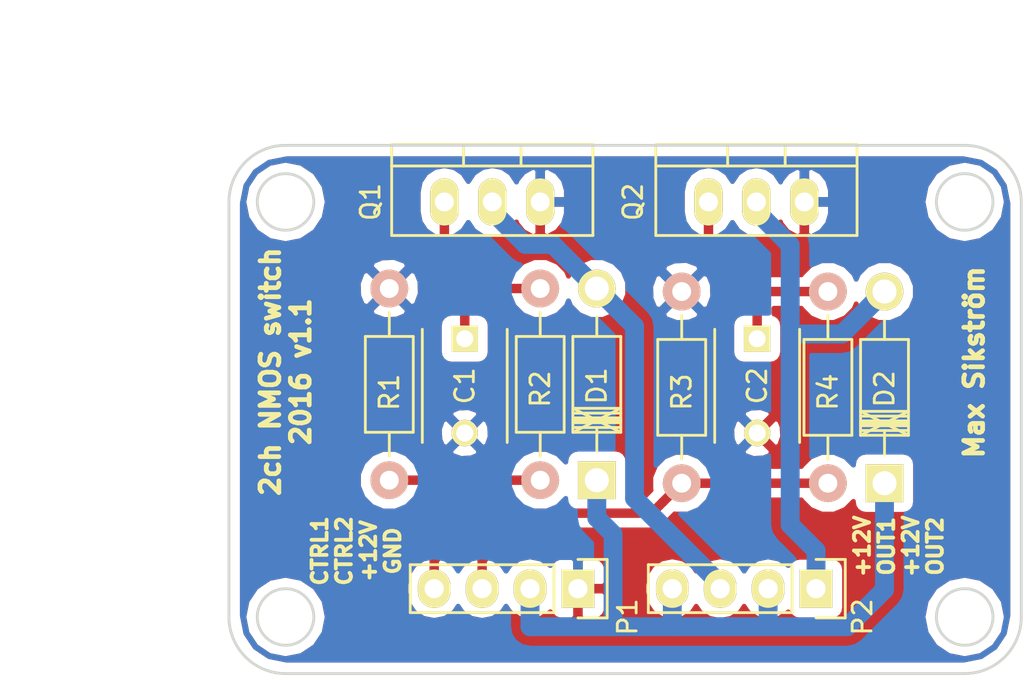
<source format=kicad_pcb>
(kicad_pcb (version 4) (host pcbnew 4.0.1-stable)

  (general
    (links 22)
    (no_connects 0)
    (area 112.500001 87.65 167.075001 123.908333)
    (thickness 1.6)
    (drawings 20)
    (tracks 63)
    (zones 0)
    (modules 12)
    (nets 9)
  )

  (page A4)
  (layers
    (0 F.Cu signal)
    (31 B.Cu signal)
    (32 B.Adhes user)
    (33 F.Adhes user)
    (34 B.Paste user)
    (35 F.Paste user)
    (36 B.SilkS user)
    (37 F.SilkS user)
    (38 B.Mask user)
    (39 F.Mask user)
    (40 Dwgs.User user)
    (41 Cmts.User user)
    (42 Eco1.User user)
    (43 Eco2.User user)
    (44 Edge.Cuts user)
    (45 Margin user)
    (46 B.CrtYd user)
    (47 F.CrtYd user)
    (48 B.Fab user)
    (49 F.Fab user)
  )

  (setup
    (last_trace_width 0.5)
    (trace_clearance 0.2)
    (zone_clearance 0.508)
    (zone_45_only no)
    (trace_min 0.2)
    (segment_width 0.2)
    (edge_width 0.15)
    (via_size 0.6)
    (via_drill 0.4)
    (via_min_size 0.4)
    (via_min_drill 0.3)
    (uvia_size 0.3)
    (uvia_drill 0.1)
    (uvias_allowed no)
    (uvia_min_size 0.2)
    (uvia_min_drill 0.1)
    (pcb_text_width 0.3)
    (pcb_text_size 1.5 1.5)
    (mod_edge_width 0.15)
    (mod_text_size 1 1)
    (mod_text_width 0.15)
    (pad_size 1.99898 1.99898)
    (pad_drill 1.27)
    (pad_to_mask_clearance 0.2)
    (aux_axis_origin 0 0)
    (grid_origin 125 95)
    (visible_elements FFFFFF7F)
    (pcbplotparams
      (layerselection 0x010f0_80000001)
      (usegerberextensions true)
      (gerberprecision 5)
      (excludeedgelayer true)
      (linewidth 0.100000)
      (plotframeref false)
      (viasonmask false)
      (mode 1)
      (useauxorigin false)
      (hpglpennumber 1)
      (hpglpenspeed 20)
      (hpglpendiameter 15)
      (hpglpenoverlay 2)
      (psnegative false)
      (psa4output false)
      (plotreference true)
      (plotvalue true)
      (plotinvisibletext false)
      (padsonsilk false)
      (subtractmaskfromsilk false)
      (outputformat 1)
      (mirror false)
      (drillshape 0)
      (scaleselection 1)
      (outputdirectory generated_gerber/))
  )

  (net 0 "")
  (net 1 "Net-(C1-Pad1)")
  (net 2 GND)
  (net 3 "Net-(C2-Pad1)")
  (net 4 /OUT2)
  (net 5 +12V)
  (net 6 /OUT1)
  (net 7 /CTRL1)
  (net 8 /CTRL2)

  (net_class Default "This is the default net class."
    (clearance 0.2)
    (trace_width 0.5)
    (via_dia 0.6)
    (via_drill 0.4)
    (uvia_dia 0.3)
    (uvia_drill 0.1)
    (add_net /CTRL1)
    (add_net /CTRL2)
    (add_net "Net-(C1-Pad1)")
    (add_net "Net-(C2-Pad1)")
  )

  (net_class Power ""
    (clearance 0.5)
    (trace_width 1)
    (via_dia 0.6)
    (via_drill 0.4)
    (uvia_dia 0.3)
    (uvia_drill 0.1)
    (add_net +12V)
    (add_net /OUT1)
    (add_net /OUT2)
    (add_net GND)
  )

  (module Capacitors_ThroughHole:C_Disc_D6_P5 (layer F.Cu) (tedit 0) (tstamp 57ADD6D9)
    (at 137.5 105.25 270)
    (descr "Capacitor 6mm Disc, Pitch 5mm")
    (tags Capacitor)
    (path /57ADE686)
    (fp_text reference C1 (at 2.5 0 270) (layer F.SilkS)
      (effects (font (size 1 1) (thickness 0.15)))
    )
    (fp_text value C (at 2.5 3.5 270) (layer F.Fab)
      (effects (font (size 1 1) (thickness 0.15)))
    )
    (fp_line (start -0.95 -2.5) (end 5.95 -2.5) (layer F.CrtYd) (width 0.05))
    (fp_line (start 5.95 -2.5) (end 5.95 2.5) (layer F.CrtYd) (width 0.05))
    (fp_line (start 5.95 2.5) (end -0.95 2.5) (layer F.CrtYd) (width 0.05))
    (fp_line (start -0.95 2.5) (end -0.95 -2.5) (layer F.CrtYd) (width 0.05))
    (fp_line (start -0.5 -2.25) (end 5.5 -2.25) (layer F.SilkS) (width 0.15))
    (fp_line (start 5.5 2.25) (end -0.5 2.25) (layer F.SilkS) (width 0.15))
    (pad 1 thru_hole rect (at 0 0 270) (size 1.4 1.4) (drill 0.9) (layers *.Cu *.Mask F.SilkS)
      (net 1 "Net-(C1-Pad1)"))
    (pad 2 thru_hole circle (at 5 0 270) (size 1.4 1.4) (drill 0.9) (layers *.Cu *.Mask F.SilkS)
      (net 2 GND))
    (model Capacitors_ThroughHole.3dshapes/C_Disc_D6_P5.wrl
      (at (xyz 0.0984252 0 0))
      (scale (xyz 1 1 1))
      (rotate (xyz 0 0 0))
    )
  )

  (module Capacitors_ThroughHole:C_Disc_D6_P5 (layer F.Cu) (tedit 0) (tstamp 57ADD6DF)
    (at 153 105.25 270)
    (descr "Capacitor 6mm Disc, Pitch 5mm")
    (tags Capacitor)
    (path /57ADE96F)
    (fp_text reference C2 (at 2.5 0 270) (layer F.SilkS)
      (effects (font (size 1 1) (thickness 0.15)))
    )
    (fp_text value C (at 2.5 3.5 270) (layer F.Fab)
      (effects (font (size 1 1) (thickness 0.15)))
    )
    (fp_line (start -0.95 -2.5) (end 5.95 -2.5) (layer F.CrtYd) (width 0.05))
    (fp_line (start 5.95 -2.5) (end 5.95 2.5) (layer F.CrtYd) (width 0.05))
    (fp_line (start 5.95 2.5) (end -0.95 2.5) (layer F.CrtYd) (width 0.05))
    (fp_line (start -0.95 2.5) (end -0.95 -2.5) (layer F.CrtYd) (width 0.05))
    (fp_line (start -0.5 -2.25) (end 5.5 -2.25) (layer F.SilkS) (width 0.15))
    (fp_line (start 5.5 2.25) (end -0.5 2.25) (layer F.SilkS) (width 0.15))
    (pad 1 thru_hole rect (at 0 0 270) (size 1.4 1.4) (drill 0.9) (layers *.Cu *.Mask F.SilkS)
      (net 3 "Net-(C2-Pad1)"))
    (pad 2 thru_hole circle (at 5 0 270) (size 1.4 1.4) (drill 0.9) (layers *.Cu *.Mask F.SilkS)
      (net 2 GND))
    (model Capacitors_ThroughHole.3dshapes/C_Disc_D6_P5.wrl
      (at (xyz 0.0984252 0 0))
      (scale (xyz 1 1 1))
      (rotate (xyz 0 0 0))
    )
  )

  (module Diodes_ThroughHole:Diode_DO-41_SOD81_Horizontal_RM10 (layer F.Cu) (tedit 580DEBE7) (tstamp 57ADD6E5)
    (at 144.50254 112.75 90)
    (descr "Diode, DO-41, SOD81, Horizontal, RM 10mm,")
    (tags "Diode, DO-41, SOD81, Horizontal, RM 10mm, 1N4007, SB140,")
    (path /57ADECB6)
    (fp_text reference D1 (at 5 -0.00254 90) (layer F.SilkS)
      (effects (font (size 1 1) (thickness 0.15)))
    )
    (fp_text value D_Schottky (at 4.37134 -3.55854 90) (layer F.Fab)
      (effects (font (size 1 1) (thickness 0.15)))
    )
    (fp_line (start 7.62 -0.00254) (end 8.636 -0.00254) (layer F.SilkS) (width 0.15))
    (fp_line (start 2.794 -0.00254) (end 1.524 -0.00254) (layer F.SilkS) (width 0.15))
    (fp_line (start 3.048 -1.27254) (end 3.048 1.26746) (layer F.SilkS) (width 0.15))
    (fp_line (start 3.302 -1.27254) (end 3.302 1.26746) (layer F.SilkS) (width 0.15))
    (fp_line (start 3.556 -1.27254) (end 3.556 1.26746) (layer F.SilkS) (width 0.15))
    (fp_line (start 2.794 -1.27254) (end 2.794 1.26746) (layer F.SilkS) (width 0.15))
    (fp_line (start 3.81 -1.27254) (end 2.54 1.26746) (layer F.SilkS) (width 0.15))
    (fp_line (start 2.54 -1.27254) (end 3.81 1.26746) (layer F.SilkS) (width 0.15))
    (fp_line (start 3.81 -1.27254) (end 3.81 1.26746) (layer F.SilkS) (width 0.15))
    (fp_line (start 3.175 -1.27254) (end 3.175 1.26746) (layer F.SilkS) (width 0.15))
    (fp_line (start 2.54 1.26746) (end 2.54 -1.27254) (layer F.SilkS) (width 0.15))
    (fp_line (start 2.54 -1.27254) (end 7.62 -1.27254) (layer F.SilkS) (width 0.15))
    (fp_line (start 7.62 -1.27254) (end 7.62 1.26746) (layer F.SilkS) (width 0.15))
    (fp_line (start 7.62 1.26746) (end 2.54 1.26746) (layer F.SilkS) (width 0.15))
    (pad 2 thru_hole circle (at 10.16 -0.00254 270) (size 1.99898 1.99898) (drill 1.27) (layers *.Cu *.Mask F.SilkS)
      (net 6 /OUT1))
    (pad 1 thru_hole rect (at 0 -0.00254 270) (size 1.99898 1.99898) (drill 1.27) (layers *.Cu *.Mask F.SilkS)
      (net 5 +12V))
  )

  (module Diodes_ThroughHole:Diode_DO-41_SOD81_Horizontal_RM10 (layer F.Cu) (tedit 580DEBEC) (tstamp 57ADD6EB)
    (at 159.75254 112.91 90)
    (descr "Diode, DO-41, SOD81, Horizontal, RM 10mm,")
    (tags "Diode, DO-41, SOD81, Horizontal, RM 10mm, 1N4007, SB140,")
    (path /57ADED52)
    (fp_text reference D2 (at 5 0 90) (layer F.SilkS)
      (effects (font (size 1 1) (thickness 0.15)))
    )
    (fp_text value D_Schottky (at 4.37134 -3.55854 90) (layer F.Fab)
      (effects (font (size 1 1) (thickness 0.15)))
    )
    (fp_line (start 7.62 -0.00254) (end 8.636 -0.00254) (layer F.SilkS) (width 0.15))
    (fp_line (start 2.794 -0.00254) (end 1.524 -0.00254) (layer F.SilkS) (width 0.15))
    (fp_line (start 3.048 -1.27254) (end 3.048 1.26746) (layer F.SilkS) (width 0.15))
    (fp_line (start 3.302 -1.27254) (end 3.302 1.26746) (layer F.SilkS) (width 0.15))
    (fp_line (start 3.556 -1.27254) (end 3.556 1.26746) (layer F.SilkS) (width 0.15))
    (fp_line (start 2.794 -1.27254) (end 2.794 1.26746) (layer F.SilkS) (width 0.15))
    (fp_line (start 3.81 -1.27254) (end 2.54 1.26746) (layer F.SilkS) (width 0.15))
    (fp_line (start 2.54 -1.27254) (end 3.81 1.26746) (layer F.SilkS) (width 0.15))
    (fp_line (start 3.81 -1.27254) (end 3.81 1.26746) (layer F.SilkS) (width 0.15))
    (fp_line (start 3.175 -1.27254) (end 3.175 1.26746) (layer F.SilkS) (width 0.15))
    (fp_line (start 2.54 1.26746) (end 2.54 -1.27254) (layer F.SilkS) (width 0.15))
    (fp_line (start 2.54 -1.27254) (end 7.62 -1.27254) (layer F.SilkS) (width 0.15))
    (fp_line (start 7.62 -1.27254) (end 7.62 1.26746) (layer F.SilkS) (width 0.15))
    (fp_line (start 7.62 1.26746) (end 2.54 1.26746) (layer F.SilkS) (width 0.15))
    (pad 2 thru_hole circle (at 10.16 -0.00254 270) (size 1.99898 1.99898) (drill 1.27) (layers *.Cu *.Mask F.SilkS)
      (net 4 /OUT2))
    (pad 1 thru_hole rect (at 0 -0.00254 270) (size 1.99898 1.99898) (drill 1.27) (layers *.Cu *.Mask F.SilkS)
      (net 5 +12V))
  )

  (module Pin_Headers:Pin_Header_Straight_1x04 (layer F.Cu) (tedit 0) (tstamp 57ADD6FD)
    (at 156.12 118.5 270)
    (descr "Through hole pin header")
    (tags "pin header")
    (path /57ADCF99)
    (fp_text reference P2 (at 1.5 -2.46 270) (layer F.SilkS)
      (effects (font (size 1 1) (thickness 0.15)))
    )
    (fp_text value CONN_01X04 (at 0 -3.1 270) (layer F.Fab)
      (effects (font (size 1 1) (thickness 0.15)))
    )
    (fp_line (start -1.75 -1.75) (end -1.75 9.4) (layer F.CrtYd) (width 0.05))
    (fp_line (start 1.75 -1.75) (end 1.75 9.4) (layer F.CrtYd) (width 0.05))
    (fp_line (start -1.75 -1.75) (end 1.75 -1.75) (layer F.CrtYd) (width 0.05))
    (fp_line (start -1.75 9.4) (end 1.75 9.4) (layer F.CrtYd) (width 0.05))
    (fp_line (start -1.27 1.27) (end -1.27 8.89) (layer F.SilkS) (width 0.15))
    (fp_line (start 1.27 1.27) (end 1.27 8.89) (layer F.SilkS) (width 0.15))
    (fp_line (start 1.55 -1.55) (end 1.55 0) (layer F.SilkS) (width 0.15))
    (fp_line (start -1.27 8.89) (end 1.27 8.89) (layer F.SilkS) (width 0.15))
    (fp_line (start 1.27 1.27) (end -1.27 1.27) (layer F.SilkS) (width 0.15))
    (fp_line (start -1.55 0) (end -1.55 -1.55) (layer F.SilkS) (width 0.15))
    (fp_line (start -1.55 -1.55) (end 1.55 -1.55) (layer F.SilkS) (width 0.15))
    (pad 1 thru_hole rect (at 0 0 270) (size 2.032 1.7272) (drill 1.016) (layers *.Cu *.Mask F.SilkS)
      (net 4 /OUT2))
    (pad 2 thru_hole oval (at 0 2.54 270) (size 2.032 1.7272) (drill 1.016) (layers *.Cu *.Mask F.SilkS)
      (net 5 +12V))
    (pad 3 thru_hole oval (at 0 5.08 270) (size 2.032 1.7272) (drill 1.016) (layers *.Cu *.Mask F.SilkS)
      (net 6 /OUT1))
    (pad 4 thru_hole oval (at 0 7.62 270) (size 2.032 1.7272) (drill 1.016) (layers *.Cu *.Mask F.SilkS)
      (net 5 +12V))
    (model Terminal_Blocks.3dshapes/Pheonix_MPT-4-2.54mm.wrl
      (at (xyz 0 -0.15 0))
      (scale (xyz 1 1 1))
      (rotate (xyz 0 0 -90))
    )
  )

  (module TO_SOT_Packages_THT:TO-220_Neutral123_Vertical (layer F.Cu) (tedit 0) (tstamp 57ADD704)
    (at 138.96 98)
    (descr "TO-220, Neutral, Vertical,")
    (tags "TO-220, Neutral, Vertical,")
    (path /57ADF0C1)
    (fp_text reference Q1 (at -6.46 0 90) (layer F.SilkS)
      (effects (font (size 1 1) (thickness 0.15)))
    )
    (fp_text value Q_NMOS_GDS (at 0 3.81) (layer F.Fab)
      (effects (font (size 1 1) (thickness 0.15)))
    )
    (fp_line (start -1.524 -3.048) (end -1.524 -1.905) (layer F.SilkS) (width 0.15))
    (fp_line (start 1.524 -3.048) (end 1.524 -1.905) (layer F.SilkS) (width 0.15))
    (fp_line (start 5.334 -1.905) (end 5.334 1.778) (layer F.SilkS) (width 0.15))
    (fp_line (start 5.334 1.778) (end -5.334 1.778) (layer F.SilkS) (width 0.15))
    (fp_line (start -5.334 1.778) (end -5.334 -1.905) (layer F.SilkS) (width 0.15))
    (fp_line (start 5.334 -3.048) (end 5.334 -1.905) (layer F.SilkS) (width 0.15))
    (fp_line (start 5.334 -1.905) (end -5.334 -1.905) (layer F.SilkS) (width 0.15))
    (fp_line (start -5.334 -1.905) (end -5.334 -3.048) (layer F.SilkS) (width 0.15))
    (fp_line (start 0 -3.048) (end -5.334 -3.048) (layer F.SilkS) (width 0.15))
    (fp_line (start 0 -3.048) (end 5.334 -3.048) (layer F.SilkS) (width 0.15))
    (pad 2 thru_hole oval (at 0 0 90) (size 2.49936 1.50114) (drill 1.00076) (layers *.Cu *.Mask F.SilkS)
      (net 6 /OUT1))
    (pad 1 thru_hole oval (at -2.54 0 90) (size 2.49936 1.50114) (drill 1.00076) (layers *.Cu *.Mask F.SilkS)
      (net 1 "Net-(C1-Pad1)"))
    (pad 3 thru_hole oval (at 2.54 0 90) (size 2.49936 1.50114) (drill 1.00076) (layers *.Cu *.Mask F.SilkS)
      (net 2 GND))
    (model TO_SOT_Packages_THT.3dshapes/TO-220_Neutral123_Vertical.wrl
      (at (xyz 0 0 0))
      (scale (xyz 0.3937 0.3937 0.3937))
      (rotate (xyz 0 0 0))
    )
  )

  (module TO_SOT_Packages_THT:TO-220_Neutral123_Vertical (layer F.Cu) (tedit 0) (tstamp 57ADD70B)
    (at 152.96 98)
    (descr "TO-220, Neutral, Vertical,")
    (tags "TO-220, Neutral, Vertical,")
    (path /57ADF114)
    (fp_text reference Q2 (at -6.54 0 90) (layer F.SilkS)
      (effects (font (size 1 1) (thickness 0.15)))
    )
    (fp_text value Q_NMOS_GDS (at 0 3.81) (layer F.Fab)
      (effects (font (size 1 1) (thickness 0.15)))
    )
    (fp_line (start -1.524 -3.048) (end -1.524 -1.905) (layer F.SilkS) (width 0.15))
    (fp_line (start 1.524 -3.048) (end 1.524 -1.905) (layer F.SilkS) (width 0.15))
    (fp_line (start 5.334 -1.905) (end 5.334 1.778) (layer F.SilkS) (width 0.15))
    (fp_line (start 5.334 1.778) (end -5.334 1.778) (layer F.SilkS) (width 0.15))
    (fp_line (start -5.334 1.778) (end -5.334 -1.905) (layer F.SilkS) (width 0.15))
    (fp_line (start 5.334 -3.048) (end 5.334 -1.905) (layer F.SilkS) (width 0.15))
    (fp_line (start 5.334 -1.905) (end -5.334 -1.905) (layer F.SilkS) (width 0.15))
    (fp_line (start -5.334 -1.905) (end -5.334 -3.048) (layer F.SilkS) (width 0.15))
    (fp_line (start 0 -3.048) (end -5.334 -3.048) (layer F.SilkS) (width 0.15))
    (fp_line (start 0 -3.048) (end 5.334 -3.048) (layer F.SilkS) (width 0.15))
    (pad 2 thru_hole oval (at 0 0 90) (size 2.49936 1.50114) (drill 1.00076) (layers *.Cu *.Mask F.SilkS)
      (net 4 /OUT2))
    (pad 1 thru_hole oval (at -2.54 0 90) (size 2.49936 1.50114) (drill 1.00076) (layers *.Cu *.Mask F.SilkS)
      (net 3 "Net-(C2-Pad1)"))
    (pad 3 thru_hole oval (at 2.54 0 90) (size 2.49936 1.50114) (drill 1.00076) (layers *.Cu *.Mask F.SilkS)
      (net 2 GND))
    (model TO_SOT_Packages_THT.3dshapes/TO-220_Neutral123_Vertical.wrl
      (at (xyz 0 0 0))
      (scale (xyz 0.3937 0.3937 0.3937))
      (rotate (xyz 0 0 0))
    )
  )

  (module Resistors_ThroughHole:Resistor_Horizontal_RM10mm (layer F.Cu) (tedit 56648415) (tstamp 57ADD711)
    (at 133.5 102.59 270)
    (descr "Resistor, Axial,  RM 10mm, 1/3W")
    (tags "Resistor Axial RM 10mm 1/3W")
    (path /57ADE3E4)
    (fp_text reference R1 (at 5.5 0 270) (layer F.SilkS)
      (effects (font (size 1 1) (thickness 0.15)))
    )
    (fp_text value R (at 5.08 3.81 270) (layer F.Fab)
      (effects (font (size 1 1) (thickness 0.15)))
    )
    (fp_line (start -1.25 -1.5) (end 11.4 -1.5) (layer F.CrtYd) (width 0.05))
    (fp_line (start -1.25 1.5) (end -1.25 -1.5) (layer F.CrtYd) (width 0.05))
    (fp_line (start 11.4 -1.5) (end 11.4 1.5) (layer F.CrtYd) (width 0.05))
    (fp_line (start -1.25 1.5) (end 11.4 1.5) (layer F.CrtYd) (width 0.05))
    (fp_line (start 2.54 -1.27) (end 7.62 -1.27) (layer F.SilkS) (width 0.15))
    (fp_line (start 7.62 -1.27) (end 7.62 1.27) (layer F.SilkS) (width 0.15))
    (fp_line (start 7.62 1.27) (end 2.54 1.27) (layer F.SilkS) (width 0.15))
    (fp_line (start 2.54 1.27) (end 2.54 -1.27) (layer F.SilkS) (width 0.15))
    (fp_line (start 2.54 0) (end 1.27 0) (layer F.SilkS) (width 0.15))
    (fp_line (start 7.62 0) (end 8.89 0) (layer F.SilkS) (width 0.15))
    (pad 1 thru_hole circle (at 0 0 270) (size 1.99898 1.99898) (drill 1.00076) (layers *.Cu *.SilkS *.Mask)
      (net 2 GND))
    (pad 2 thru_hole circle (at 10.16 0 270) (size 1.99898 1.99898) (drill 1.00076) (layers *.Cu *.SilkS *.Mask)
      (net 7 /CTRL1))
    (model Resistors_ThroughHole.3dshapes/Resistor_Horizontal_RM10mm.wrl
      (at (xyz 0.2 0 0))
      (scale (xyz 0.4 0.4 0.4))
      (rotate (xyz 0 0 0))
    )
  )

  (module Resistors_ThroughHole:Resistor_Horizontal_RM10mm (layer F.Cu) (tedit 56648415) (tstamp 57ADD717)
    (at 141.5 102.59 270)
    (descr "Resistor, Axial,  RM 10mm, 1/3W")
    (tags "Resistor Axial RM 10mm 1/3W")
    (path /57ADE39E)
    (fp_text reference R2 (at 5.32892 0 270) (layer F.SilkS)
      (effects (font (size 1 1) (thickness 0.15)))
    )
    (fp_text value R (at 5.08 3.81 270) (layer F.Fab)
      (effects (font (size 1 1) (thickness 0.15)))
    )
    (fp_line (start -1.25 -1.5) (end 11.4 -1.5) (layer F.CrtYd) (width 0.05))
    (fp_line (start -1.25 1.5) (end -1.25 -1.5) (layer F.CrtYd) (width 0.05))
    (fp_line (start 11.4 -1.5) (end 11.4 1.5) (layer F.CrtYd) (width 0.05))
    (fp_line (start -1.25 1.5) (end 11.4 1.5) (layer F.CrtYd) (width 0.05))
    (fp_line (start 2.54 -1.27) (end 7.62 -1.27) (layer F.SilkS) (width 0.15))
    (fp_line (start 7.62 -1.27) (end 7.62 1.27) (layer F.SilkS) (width 0.15))
    (fp_line (start 7.62 1.27) (end 2.54 1.27) (layer F.SilkS) (width 0.15))
    (fp_line (start 2.54 1.27) (end 2.54 -1.27) (layer F.SilkS) (width 0.15))
    (fp_line (start 2.54 0) (end 1.27 0) (layer F.SilkS) (width 0.15))
    (fp_line (start 7.62 0) (end 8.89 0) (layer F.SilkS) (width 0.15))
    (pad 1 thru_hole circle (at 0 0 270) (size 1.99898 1.99898) (drill 1.00076) (layers *.Cu *.SilkS *.Mask)
      (net 1 "Net-(C1-Pad1)"))
    (pad 2 thru_hole circle (at 10.16 0 270) (size 1.99898 1.99898) (drill 1.00076) (layers *.Cu *.SilkS *.Mask)
      (net 7 /CTRL1))
    (model Resistors_ThroughHole.3dshapes/Resistor_Horizontal_RM10mm.wrl
      (at (xyz 0.2 0 0))
      (scale (xyz 0.4 0.4 0.4))
      (rotate (xyz 0 0 0))
    )
  )

  (module Resistors_ThroughHole:Resistor_Horizontal_RM10mm (layer F.Cu) (tedit 56648415) (tstamp 57ADD71D)
    (at 149 102.75 270)
    (descr "Resistor, Axial,  RM 10mm, 1/3W")
    (tags "Resistor Axial RM 10mm 1/3W")
    (path /57ADE95E)
    (fp_text reference R3 (at 5.32892 0 270) (layer F.SilkS)
      (effects (font (size 1 1) (thickness 0.15)))
    )
    (fp_text value R (at 5.08 3.81 270) (layer F.Fab)
      (effects (font (size 1 1) (thickness 0.15)))
    )
    (fp_line (start -1.25 -1.5) (end 11.4 -1.5) (layer F.CrtYd) (width 0.05))
    (fp_line (start -1.25 1.5) (end -1.25 -1.5) (layer F.CrtYd) (width 0.05))
    (fp_line (start 11.4 -1.5) (end 11.4 1.5) (layer F.CrtYd) (width 0.05))
    (fp_line (start -1.25 1.5) (end 11.4 1.5) (layer F.CrtYd) (width 0.05))
    (fp_line (start 2.54 -1.27) (end 7.62 -1.27) (layer F.SilkS) (width 0.15))
    (fp_line (start 7.62 -1.27) (end 7.62 1.27) (layer F.SilkS) (width 0.15))
    (fp_line (start 7.62 1.27) (end 2.54 1.27) (layer F.SilkS) (width 0.15))
    (fp_line (start 2.54 1.27) (end 2.54 -1.27) (layer F.SilkS) (width 0.15))
    (fp_line (start 2.54 0) (end 1.27 0) (layer F.SilkS) (width 0.15))
    (fp_line (start 7.62 0) (end 8.89 0) (layer F.SilkS) (width 0.15))
    (pad 1 thru_hole circle (at 0 0 270) (size 1.99898 1.99898) (drill 1.00076) (layers *.Cu *.SilkS *.Mask)
      (net 2 GND))
    (pad 2 thru_hole circle (at 10.16 0 270) (size 1.99898 1.99898) (drill 1.00076) (layers *.Cu *.SilkS *.Mask)
      (net 8 /CTRL2))
    (model Resistors_ThroughHole.3dshapes/Resistor_Horizontal_RM10mm.wrl
      (at (xyz 0.2 0 0))
      (scale (xyz 0.4 0.4 0.4))
      (rotate (xyz 0 0 0))
    )
  )

  (module Resistors_ThroughHole:Resistor_Horizontal_RM10mm (layer F.Cu) (tedit 56648415) (tstamp 57ADD723)
    (at 156.75 102.75 270)
    (descr "Resistor, Axial,  RM 10mm, 1/3W")
    (tags "Resistor Axial RM 10mm 1/3W")
    (path /57ADE958)
    (fp_text reference R4 (at 5.32892 0 270) (layer F.SilkS)
      (effects (font (size 1 1) (thickness 0.15)))
    )
    (fp_text value R (at 5.08 3.81 270) (layer F.Fab)
      (effects (font (size 1 1) (thickness 0.15)))
    )
    (fp_line (start -1.25 -1.5) (end 11.4 -1.5) (layer F.CrtYd) (width 0.05))
    (fp_line (start -1.25 1.5) (end -1.25 -1.5) (layer F.CrtYd) (width 0.05))
    (fp_line (start 11.4 -1.5) (end 11.4 1.5) (layer F.CrtYd) (width 0.05))
    (fp_line (start -1.25 1.5) (end 11.4 1.5) (layer F.CrtYd) (width 0.05))
    (fp_line (start 2.54 -1.27) (end 7.62 -1.27) (layer F.SilkS) (width 0.15))
    (fp_line (start 7.62 -1.27) (end 7.62 1.27) (layer F.SilkS) (width 0.15))
    (fp_line (start 7.62 1.27) (end 2.54 1.27) (layer F.SilkS) (width 0.15))
    (fp_line (start 2.54 1.27) (end 2.54 -1.27) (layer F.SilkS) (width 0.15))
    (fp_line (start 2.54 0) (end 1.27 0) (layer F.SilkS) (width 0.15))
    (fp_line (start 7.62 0) (end 8.89 0) (layer F.SilkS) (width 0.15))
    (pad 1 thru_hole circle (at 0 0 270) (size 1.99898 1.99898) (drill 1.00076) (layers *.Cu *.SilkS *.Mask)
      (net 3 "Net-(C2-Pad1)"))
    (pad 2 thru_hole circle (at 10.16 0 270) (size 1.99898 1.99898) (drill 1.00076) (layers *.Cu *.SilkS *.Mask)
      (net 8 /CTRL2))
    (model Resistors_ThroughHole.3dshapes/Resistor_Horizontal_RM10mm.wrl
      (at (xyz 0.2 0 0))
      (scale (xyz 0.4 0.4 0.4))
      (rotate (xyz 0 0 0))
    )
  )

  (module Pin_Headers:Pin_Header_Straight_1x04 (layer F.Cu) (tedit 0) (tstamp 57AE2149)
    (at 143.5 118.5 270)
    (descr "Through hole pin header")
    (tags "pin header")
    (path /57AE223B)
    (fp_text reference P1 (at 1.5 -2.63 270) (layer F.SilkS)
      (effects (font (size 1 1) (thickness 0.15)))
    )
    (fp_text value CONN_01X04 (at 0 -3.1 270) (layer F.Fab)
      (effects (font (size 1 1) (thickness 0.15)))
    )
    (fp_line (start -1.75 -1.75) (end -1.75 9.4) (layer F.CrtYd) (width 0.05))
    (fp_line (start 1.75 -1.75) (end 1.75 9.4) (layer F.CrtYd) (width 0.05))
    (fp_line (start -1.75 -1.75) (end 1.75 -1.75) (layer F.CrtYd) (width 0.05))
    (fp_line (start -1.75 9.4) (end 1.75 9.4) (layer F.CrtYd) (width 0.05))
    (fp_line (start -1.27 1.27) (end -1.27 8.89) (layer F.SilkS) (width 0.15))
    (fp_line (start 1.27 1.27) (end 1.27 8.89) (layer F.SilkS) (width 0.15))
    (fp_line (start 1.55 -1.55) (end 1.55 0) (layer F.SilkS) (width 0.15))
    (fp_line (start -1.27 8.89) (end 1.27 8.89) (layer F.SilkS) (width 0.15))
    (fp_line (start 1.27 1.27) (end -1.27 1.27) (layer F.SilkS) (width 0.15))
    (fp_line (start -1.55 0) (end -1.55 -1.55) (layer F.SilkS) (width 0.15))
    (fp_line (start -1.55 -1.55) (end 1.55 -1.55) (layer F.SilkS) (width 0.15))
    (pad 1 thru_hole rect (at 0 0 270) (size 2.032 1.7272) (drill 1.016) (layers *.Cu *.Mask F.SilkS)
      (net 2 GND))
    (pad 2 thru_hole oval (at 0 2.54 270) (size 2.032 1.7272) (drill 1.016) (layers *.Cu *.Mask F.SilkS)
      (net 5 +12V))
    (pad 3 thru_hole oval (at 0 5.08 270) (size 2.032 1.7272) (drill 1.016) (layers *.Cu *.Mask F.SilkS)
      (net 8 /CTRL2))
    (pad 4 thru_hole oval (at 0 7.62 270) (size 2.032 1.7272) (drill 1.016) (layers *.Cu *.Mask F.SilkS)
      (net 7 /CTRL1))
    (model Terminal_Blocks.3dshapes/Pheonix_MPT-4-2.54mm.wrl
      (at (xyz 0 -0.15 0))
      (scale (xyz 1 1 1))
      (rotate (xyz 0 0 -90))
    )
  )

  (dimension 28 (width 0.3) (layer Dwgs.User)
    (gr_text "28.000 mm" (at 119.15 109 90) (layer Dwgs.User)
      (effects (font (size 1.5 1.5) (thickness 0.3)))
    )
    (feature1 (pts (xy 125 95) (xy 117.8 95)))
    (feature2 (pts (xy 125 123) (xy 117.8 123)))
    (crossbar (pts (xy 120.5 123) (xy 120.5 95)))
    (arrow1a (pts (xy 120.5 95) (xy 121.086421 96.126504)))
    (arrow1b (pts (xy 120.5 95) (xy 119.913579 96.126504)))
    (arrow2a (pts (xy 120.5 123) (xy 121.086421 121.873496)))
    (arrow2b (pts (xy 120.5 123) (xy 119.913579 121.873496)))
  )
  (dimension 22 (width 0.3) (layer Dwgs.User)
    (gr_text "22.000 mm" (at 122.65 109 90) (layer Dwgs.User)
      (effects (font (size 1.5 1.5) (thickness 0.3)))
    )
    (feature1 (pts (xy 128 98) (xy 121.3 98)))
    (feature2 (pts (xy 128 120) (xy 121.3 120)))
    (crossbar (pts (xy 124 120) (xy 124 98)))
    (arrow1a (pts (xy 124 98) (xy 124.586421 99.126504)))
    (arrow1b (pts (xy 124 98) (xy 123.413579 99.126504)))
    (arrow2a (pts (xy 124 120) (xy 124.586421 118.873496)))
    (arrow2b (pts (xy 124 120) (xy 123.413579 118.873496)))
  )
  (dimension 36 (width 0.3) (layer Dwgs.User)
    (gr_text "36.000 mm" (at 146 92.65) (layer Dwgs.User) (tstamp 57AE2A9B)
      (effects (font (size 1.5 1.5) (thickness 0.3)))
    )
    (feature1 (pts (xy 164 98) (xy 164 91.3)))
    (feature2 (pts (xy 128 98) (xy 128 91.3)))
    (crossbar (pts (xy 128 94) (xy 164 94)))
    (arrow1a (pts (xy 164 94) (xy 162.873496 94.586421)))
    (arrow1b (pts (xy 164 94) (xy 162.873496 93.413579)))
    (arrow2a (pts (xy 128 94) (xy 129.126504 94.586421)))
    (arrow2b (pts (xy 128 94) (xy 129.126504 93.413579)))
  )
  (dimension 42 (width 0.3) (layer Dwgs.User)
    (gr_text "42.000 mm" (at 146 89.15) (layer Dwgs.User)
      (effects (font (size 1.5 1.5) (thickness 0.3)))
    )
    (feature1 (pts (xy 167 95) (xy 167 87.8)))
    (feature2 (pts (xy 125 95) (xy 125 87.8)))
    (crossbar (pts (xy 125 90.5) (xy 167 90.5)))
    (arrow1a (pts (xy 167 90.5) (xy 165.873496 91.086421)))
    (arrow1b (pts (xy 167 90.5) (xy 165.873496 89.913579)))
    (arrow2a (pts (xy 125 90.5) (xy 126.126504 91.086421)))
    (arrow2b (pts (xy 125 90.5) (xy 126.126504 89.913579)))
  )
  (gr_text "+12V\nOUT1\n+12V\nOUT2" (at 160.5 116.25 90) (layer F.SilkS)
    (effects (font (size 0.8 0.8) (thickness 0.2)))
  )
  (gr_text "CTRL1\nCTRL2\n+12V\nGND" (at 131.75 116.5 90) (layer F.SilkS)
    (effects (font (size 0.8 0.8) (thickness 0.2)))
  )
  (gr_text "Max Sikström" (at 164.5 106.5 90) (layer F.SilkS)
    (effects (font (size 1 1) (thickness 0.25)))
  )
  (gr_text "2ch NMOS switch\n2016 v1.1" (at 128 107 90) (layer F.SilkS)
    (effects (font (size 1 1) (thickness 0.25)))
  )
  (gr_circle (center 164 120) (end 164 121.5) (layer Edge.Cuts) (width 0.15) (tstamp 57ADD9B1))
  (gr_circle (center 128 120) (end 128 121.5) (layer Edge.Cuts) (width 0.15) (tstamp 57ADD9AD))
  (gr_circle (center 128 98) (end 128 99.5) (layer Edge.Cuts) (width 0.15) (tstamp 57ADD9A5))
  (gr_circle (center 164 98) (end 164 99.5) (layer Edge.Cuts) (width 0.15))
  (gr_line (start 128 95) (end 164 95) (layer Edge.Cuts) (width 0.15))
  (gr_line (start 125 120) (end 125 98) (layer Edge.Cuts) (width 0.15))
  (gr_line (start 167 98) (end 167 120) (layer Edge.Cuts) (width 0.15))
  (gr_arc (start 128 98) (end 125 98) (angle 90) (layer Edge.Cuts) (width 0.15))
  (gr_arc (start 128 120) (end 128 123) (angle 90) (layer Edge.Cuts) (width 0.15))
  (gr_line (start 164 123) (end 128 123) (layer Edge.Cuts) (width 0.15))
  (gr_arc (start 164 120) (end 167 120) (angle 90) (layer Edge.Cuts) (width 0.15))
  (gr_arc (start 164 98) (end 164 95) (angle 90) (layer Edge.Cuts) (width 0.15))

  (segment (start 137.66 102.59) (end 137.5 102.43) (width 0.5) (layer F.Cu) (net 1))
  (segment (start 137.5 102.43) (end 136.42 101.35) (width 0.5) (layer F.Cu) (net 1))
  (segment (start 137.5 105.25) (end 137.5 104.05) (width 0.5) (layer F.Cu) (net 1))
  (segment (start 137.5 104.05) (end 137.5 102.43) (width 0.5) (layer F.Cu) (net 1))
  (segment (start 136.42 101.35) (end 136.42 98) (width 0.5) (layer F.Cu) (net 1))
  (segment (start 141.5 102.59) (end 137.66 102.59) (width 0.5) (layer F.Cu) (net 1))
  (segment (start 156.75 102.75) (end 153 102.75) (width 0.5) (layer F.Cu) (net 3))
  (segment (start 153 105.25) (end 153 102.75) (width 0.5) (layer F.Cu) (net 3))
  (segment (start 150.42 100.17) (end 150.42 98) (width 0.5) (layer F.Cu) (net 3))
  (segment (start 153 102.75) (end 150.42 100.17) (width 0.5) (layer F.Cu) (net 3))
  (segment (start 154.750509 110.25) (end 154.750509 105) (width 1) (layer B.Cu) (net 4))
  (segment (start 159.75 102.75) (end 157.5 105) (width 1) (layer B.Cu) (net 4))
  (segment (start 154.750509 105) (end 154.750509 100.289619) (width 1) (layer B.Cu) (net 4))
  (segment (start 157.5 105) (end 154.750509 105) (width 1) (layer B.Cu) (net 4))
  (segment (start 154.750509 110.25) (end 154.750509 107.749491) (width 1) (layer B.Cu) (net 4))
  (segment (start 154.750509 115.114509) (end 154.750509 110.25) (width 1) (layer B.Cu) (net 4))
  (segment (start 154.750509 100.289619) (end 152.96 98.49911) (width 1) (layer B.Cu) (net 4))
  (segment (start 152.96 98.49911) (end 152.96 98) (width 1) (layer B.Cu) (net 4))
  (segment (start 156.12 118.5) (end 156.12 116.484) (width 1) (layer B.Cu) (net 4))
  (segment (start 156.12 116.484) (end 154.750509 115.114509) (width 1) (layer B.Cu) (net 4))
  (segment (start 158.750511 103.749489) (end 159.75 102.75) (width 1) (layer B.Cu) (net 4))
  (segment (start 145.25 120.51601) (end 148.499992 120.51601) (width 1) (layer B.Cu) (net 5))
  (segment (start 140.96001 120.51601) (end 145.25 120.51601) (width 1) (layer B.Cu) (net 5))
  (segment (start 145.25 120.51601) (end 145.25 120.429602) (width 1) (layer B.Cu) (net 5))
  (segment (start 144.5 114.74949) (end 144.5 112.75) (width 1) (layer B.Cu) (net 5))
  (segment (start 145.25 120.429602) (end 145.363601 120.316001) (width 1) (layer B.Cu) (net 5))
  (segment (start 145.363601 120.316001) (end 145.363601 115.613091) (width 1) (layer B.Cu) (net 5))
  (segment (start 145.363601 115.613091) (end 144.5 114.74949) (width 1) (layer B.Cu) (net 5))
  (segment (start 153.579999 120.516001) (end 157.783601 120.516001) (width 1) (layer B.Cu) (net 5))
  (segment (start 148.500001 120.516001) (end 153.579999 120.516001) (width 1) (layer B.Cu) (net 5))
  (segment (start 153.579999 120.516001) (end 153.58 118.5) (width 1) (layer B.Cu) (net 5))
  (segment (start 140.96 120.516) (end 140.96001 120.51601) (width 1) (layer B.Cu) (net 5))
  (segment (start 148.499992 120.51601) (end 148.500001 120.516001) (width 1) (layer B.Cu) (net 5))
  (segment (start 157.783601 120.516001) (end 159.75 118.549602) (width 1) (layer B.Cu) (net 5))
  (segment (start 159.75 118.549602) (end 159.75 114.90949) (width 1) (layer B.Cu) (net 5))
  (segment (start 159.75 114.90949) (end 159.75 112.91) (width 1) (layer B.Cu) (net 5))
  (segment (start 148.5 118.5) (end 148.500001 120.516001) (width 1) (layer B.Cu) (net 5))
  (segment (start 153.58 118.5) (end 153.58 118.747942) (width 1) (layer B.Cu) (net 5))
  (segment (start 140.96 120.516) (end 140.96 118.5) (width 1) (layer B.Cu) (net 5))
  (segment (start 153.58 118.6524) (end 153.58 118.5) (width 0.5) (layer F.Cu) (net 5))
  (segment (start 148.5 118.5) (end 148.5 118.6524) (width 0.5) (layer F.Cu) (net 5))
  (segment (start 151.04 118.5) (end 151.04 118.252058) (width 1) (layer B.Cu) (net 6))
  (segment (start 151.04 118.252058) (end 146.499491 113.711549) (width 1) (layer B.Cu) (net 6))
  (segment (start 146.499491 113.711549) (end 146.499491 104.589491) (width 1) (layer B.Cu) (net 6))
  (segment (start 146.499491 104.589491) (end 145.499489 103.589489) (width 1) (layer B.Cu) (net 6))
  (segment (start 145.499489 103.589489) (end 144.5 102.59) (width 1) (layer B.Cu) (net 6))
  (segment (start 144.5 102.59) (end 142.15969 100.24969) (width 1) (layer B.Cu) (net 6))
  (segment (start 142.15969 100.24969) (end 140.71058 100.24969) (width 1) (layer B.Cu) (net 6))
  (segment (start 140.71058 100.24969) (end 138.96 98.49911) (width 1) (layer B.Cu) (net 6))
  (segment (start 138.96 98.49911) (end 138.96 98) (width 1) (layer B.Cu) (net 6))
  (segment (start 138.96 98.49911) (end 138.96 98) (width 1) (layer F.Cu) (net 6))
  (segment (start 135.75 112.75) (end 139.75 112.75) (width 0.5) (layer F.Cu) (net 7))
  (segment (start 139.75 112.75) (end 141.5 112.75) (width 0.5) (layer F.Cu) (net 7))
  (segment (start 135.88 118.5) (end 135.88 116.984) (width 0.5) (layer F.Cu) (net 7))
  (segment (start 135.88 116.984) (end 139.75 113.114) (width 0.5) (layer F.Cu) (net 7))
  (segment (start 139.75 113.114) (end 139.75 112.75) (width 0.5) (layer F.Cu) (net 7))
  (segment (start 133.5 112.75) (end 135.75 112.75) (width 0.5) (layer F.Cu) (net 7))
  (segment (start 149 112.91) (end 156.75 112.91) (width 0.5) (layer F.Cu) (net 8))
  (segment (start 138.42 118.5) (end 138.42 116.984) (width 0.5) (layer F.Cu) (net 8))
  (segment (start 138.42 116.984) (end 140.904509 114.499491) (width 0.5) (layer F.Cu) (net 8))
  (segment (start 140.904509 114.499491) (end 147.410509 114.499491) (width 0.5) (layer F.Cu) (net 8))
  (segment (start 147.410509 114.499491) (end 148.000511 113.909489) (width 0.5) (layer F.Cu) (net 8))
  (segment (start 148.000511 113.909489) (end 149 112.91) (width 0.5) (layer F.Cu) (net 8))

  (zone (net 2) (net_name GND) (layer F.Cu) (tstamp 0) (hatch edge 0.508)
    (connect_pads (clearance 0.508))
    (min_thickness 0.254)
    (fill yes (arc_segments 16) (thermal_gap 0.508) (thermal_bridge_width 0.508))
    (polygon
      (pts
        (xy 125 95) (xy 167 95) (xy 167 123) (xy 125 123)
      )
    )
    (filled_polygon
      (pts
        (xy 164.871023 95.897167) (xy 165.609439 96.390561) (xy 166.102833 97.128977) (xy 166.29 98.069931) (xy 166.29 119.930069)
        (xy 166.102833 120.871023) (xy 165.609439 121.609439) (xy 164.871023 122.102833) (xy 163.930069 122.29) (xy 128.069931 122.29)
        (xy 127.128977 122.102833) (xy 126.390561 121.609439) (xy 125.897167 120.871023) (xy 125.723911 120) (xy 125.79 120)
        (xy 125.958226 120.84573) (xy 126.437294 121.562706) (xy 127.15427 122.041774) (xy 128 122.21) (xy 128.84573 122.041774)
        (xy 129.562706 121.562706) (xy 130.041774 120.84573) (xy 130.21 120) (xy 130.041774 119.15427) (xy 129.562706 118.437294)
        (xy 128.84573 117.958226) (xy 128 117.79) (xy 127.15427 117.958226) (xy 126.437294 118.437294) (xy 125.958226 119.15427)
        (xy 125.79 120) (xy 125.723911 120) (xy 125.71 119.930069) (xy 125.71 113.073694) (xy 131.865226 113.073694)
        (xy 132.113538 113.674655) (xy 132.572927 114.134846) (xy 133.173453 114.384206) (xy 133.823694 114.384774) (xy 134.424655 114.136462)
        (xy 134.884846 113.677073) (xy 134.902316 113.635) (xy 137.977421 113.635) (xy 135.25421 116.35821) (xy 135.062367 116.645325)
        (xy 135.062367 116.645326) (xy 134.994999 116.984) (xy 134.995 116.984005) (xy 134.995 117.138874) (xy 134.82033 117.255585)
        (xy 134.495474 117.741766) (xy 134.3814 118.315255) (xy 134.3814 118.684745) (xy 134.495474 119.258234) (xy 134.82033 119.744415)
        (xy 135.306511 120.069271) (xy 135.88 120.183345) (xy 136.453489 120.069271) (xy 136.93967 119.744415) (xy 137.15 119.429634)
        (xy 137.36033 119.744415) (xy 137.846511 120.069271) (xy 138.42 120.183345) (xy 138.993489 120.069271) (xy 139.47967 119.744415)
        (xy 139.69 119.429634) (xy 139.90033 119.744415) (xy 140.386511 120.069271) (xy 140.96 120.183345) (xy 141.533489 120.069271)
        (xy 142.01967 119.744415) (xy 142.0345 119.72222) (xy 142.098073 119.875698) (xy 142.276701 120.054327) (xy 142.51009 120.151)
        (xy 143.21425 120.151) (xy 143.373 119.99225) (xy 143.373 118.627) (xy 143.627 118.627) (xy 143.627 119.99225)
        (xy 143.78575 120.151) (xy 144.48991 120.151) (xy 144.723299 120.054327) (xy 144.901927 119.875698) (xy 144.9986 119.642309)
        (xy 144.9986 118.78575) (xy 144.83985 118.627) (xy 143.627 118.627) (xy 143.373 118.627) (xy 143.353 118.627)
        (xy 143.353 118.373) (xy 143.373 118.373) (xy 143.373 117.00775) (xy 143.627 117.00775) (xy 143.627 118.373)
        (xy 144.83985 118.373) (xy 144.897595 118.315255) (xy 147.0014 118.315255) (xy 147.0014 118.684745) (xy 147.115474 119.258234)
        (xy 147.44033 119.744415) (xy 147.926511 120.069271) (xy 148.5 120.183345) (xy 149.073489 120.069271) (xy 149.55967 119.744415)
        (xy 149.77 119.429634) (xy 149.98033 119.744415) (xy 150.466511 120.069271) (xy 151.04 120.183345) (xy 151.613489 120.069271)
        (xy 152.09967 119.744415) (xy 152.31 119.429634) (xy 152.52033 119.744415) (xy 153.006511 120.069271) (xy 153.58 120.183345)
        (xy 154.153489 120.069271) (xy 154.63967 119.744415) (xy 154.649243 119.730087) (xy 154.653238 119.751317) (xy 154.79231 119.967441)
        (xy 155.00451 120.112431) (xy 155.2564 120.16344) (xy 156.9836 120.16344) (xy 157.218917 120.119162) (xy 157.404099 120)
        (xy 161.79 120) (xy 161.958226 120.84573) (xy 162.437294 121.562706) (xy 163.15427 122.041774) (xy 164 122.21)
        (xy 164.84573 122.041774) (xy 165.562706 121.562706) (xy 166.041774 120.84573) (xy 166.21 120) (xy 166.041774 119.15427)
        (xy 165.562706 118.437294) (xy 164.84573 117.958226) (xy 164 117.79) (xy 163.15427 117.958226) (xy 162.437294 118.437294)
        (xy 161.958226 119.15427) (xy 161.79 120) (xy 157.404099 120) (xy 157.435041 119.98009) (xy 157.580031 119.76789)
        (xy 157.63104 119.516) (xy 157.63104 117.484) (xy 157.586762 117.248683) (xy 157.44769 117.032559) (xy 157.23549 116.887569)
        (xy 156.9836 116.83656) (xy 155.2564 116.83656) (xy 155.021083 116.880838) (xy 154.804959 117.01991) (xy 154.659969 117.23211)
        (xy 154.6516 117.273439) (xy 154.63967 117.255585) (xy 154.153489 116.930729) (xy 153.58 116.816655) (xy 153.006511 116.930729)
        (xy 152.52033 117.255585) (xy 152.31 117.570366) (xy 152.09967 117.255585) (xy 151.613489 116.930729) (xy 151.04 116.816655)
        (xy 150.466511 116.930729) (xy 149.98033 117.255585) (xy 149.77 117.570366) (xy 149.55967 117.255585) (xy 149.073489 116.930729)
        (xy 148.5 116.816655) (xy 147.926511 116.930729) (xy 147.44033 117.255585) (xy 147.115474 117.741766) (xy 147.0014 118.315255)
        (xy 144.897595 118.315255) (xy 144.9986 118.21425) (xy 144.9986 117.357691) (xy 144.901927 117.124302) (xy 144.723299 116.945673)
        (xy 144.48991 116.849) (xy 143.78575 116.849) (xy 143.627 117.00775) (xy 143.373 117.00775) (xy 143.21425 116.849)
        (xy 142.51009 116.849) (xy 142.276701 116.945673) (xy 142.098073 117.124302) (xy 142.0345 117.27778) (xy 142.01967 117.255585)
        (xy 141.533489 116.930729) (xy 140.96 116.816655) (xy 140.386511 116.930729) (xy 139.90033 117.255585) (xy 139.69 117.570366)
        (xy 139.47967 117.255585) (xy 139.431908 117.223672) (xy 141.271088 115.384491) (xy 147.410504 115.384491) (xy 147.410509 115.384492)
        (xy 147.692993 115.328301) (xy 147.749184 115.317124) (xy 148.036299 115.125281) (xy 148.626298 114.535281) (xy 148.626301 114.535279)
        (xy 148.633828 114.527752) (xy 148.673453 114.544206) (xy 149.323694 114.544774) (xy 149.924655 114.296462) (xy 150.384846 113.837073)
        (xy 150.402316 113.795) (xy 155.347153 113.795) (xy 155.363538 113.834655) (xy 155.822927 114.294846) (xy 156.423453 114.544206)
        (xy 157.073694 114.544774) (xy 157.674655 114.296462) (xy 158.10307 113.868794) (xy 158.10307 113.90949) (xy 158.147348 114.144807)
        (xy 158.28642 114.360931) (xy 158.49862 114.505921) (xy 158.75051 114.55693) (xy 160.74949 114.55693) (xy 160.984807 114.512652)
        (xy 161.200931 114.37358) (xy 161.345921 114.16138) (xy 161.39693 113.90949) (xy 161.39693 111.91051) (xy 161.352652 111.675193)
        (xy 161.21358 111.459069) (xy 161.00138 111.314079) (xy 160.74949 111.26307) (xy 158.75051 111.26307) (xy 158.515193 111.307348)
        (xy 158.299069 111.44642) (xy 158.154079 111.65862) (xy 158.10307 111.91051) (xy 158.10307 111.951895) (xy 157.677073 111.525154)
        (xy 157.076547 111.275794) (xy 156.426306 111.275226) (xy 155.825345 111.523538) (xy 155.365154 111.982927) (xy 155.347684 112.025)
        (xy 150.402847 112.025) (xy 150.386462 111.985345) (xy 149.927073 111.525154) (xy 149.326547 111.275794) (xy 148.676306 111.275226)
        (xy 148.075345 111.523538) (xy 147.615154 111.982927) (xy 147.365794 112.583453) (xy 147.365226 113.233694) (xy 147.382623 113.275797)
        (xy 147.374721 113.283699) (xy 147.374719 113.283702) (xy 147.043929 113.614491) (xy 146.14693 113.614491) (xy 146.14693 111.75051)
        (xy 146.102652 111.515193) (xy 145.96358 111.299069) (xy 145.797037 111.185275) (xy 152.244331 111.185275) (xy 152.306169 111.421042)
        (xy 152.807122 111.597419) (xy 153.33744 111.568664) (xy 153.693831 111.421042) (xy 153.755669 111.185275) (xy 153 110.429605)
        (xy 152.244331 111.185275) (xy 145.797037 111.185275) (xy 145.75138 111.154079) (xy 145.49949 111.10307) (xy 143.50051 111.10307)
        (xy 143.265193 111.147348) (xy 143.049069 111.28642) (xy 142.904079 111.49862) (xy 142.85307 111.75051) (xy 142.85307 111.791895)
        (xy 142.427073 111.365154) (xy 141.826547 111.115794) (xy 141.176306 111.115226) (xy 140.575345 111.363538) (xy 140.115154 111.822927)
        (xy 140.097684 111.865) (xy 134.902847 111.865) (xy 134.886462 111.825345) (xy 134.427073 111.365154) (xy 133.993876 111.185275)
        (xy 136.744331 111.185275) (xy 136.806169 111.421042) (xy 137.307122 111.597419) (xy 137.83744 111.568664) (xy 138.193831 111.421042)
        (xy 138.255669 111.185275) (xy 137.5 110.429605) (xy 136.744331 111.185275) (xy 133.993876 111.185275) (xy 133.826547 111.115794)
        (xy 133.176306 111.115226) (xy 132.575345 111.363538) (xy 132.115154 111.822927) (xy 131.865794 112.423453) (xy 131.865226 113.073694)
        (xy 125.71 113.073694) (xy 125.71 110.057122) (xy 136.152581 110.057122) (xy 136.181336 110.58744) (xy 136.328958 110.943831)
        (xy 136.564725 111.005669) (xy 137.320395 110.25) (xy 137.679605 110.25) (xy 138.435275 111.005669) (xy 138.671042 110.943831)
        (xy 138.847419 110.442878) (xy 138.826503 110.057122) (xy 151.652581 110.057122) (xy 151.681336 110.58744) (xy 151.828958 110.943831)
        (xy 152.064725 111.005669) (xy 152.820395 110.25) (xy 153.179605 110.25) (xy 153.935275 111.005669) (xy 154.171042 110.943831)
        (xy 154.347419 110.442878) (xy 154.318664 109.91256) (xy 154.171042 109.556169) (xy 153.935275 109.494331) (xy 153.179605 110.25)
        (xy 152.820395 110.25) (xy 152.064725 109.494331) (xy 151.828958 109.556169) (xy 151.652581 110.057122) (xy 138.826503 110.057122)
        (xy 138.818664 109.91256) (xy 138.671042 109.556169) (xy 138.435275 109.494331) (xy 137.679605 110.25) (xy 137.320395 110.25)
        (xy 136.564725 109.494331) (xy 136.328958 109.556169) (xy 136.152581 110.057122) (xy 125.71 110.057122) (xy 125.71 109.314725)
        (xy 136.744331 109.314725) (xy 137.5 110.070395) (xy 138.255669 109.314725) (xy 152.244331 109.314725) (xy 153 110.070395)
        (xy 153.755669 109.314725) (xy 153.693831 109.078958) (xy 153.192878 108.902581) (xy 152.66256 108.931336) (xy 152.306169 109.078958)
        (xy 152.244331 109.314725) (xy 138.255669 109.314725) (xy 138.193831 109.078958) (xy 137.692878 108.902581) (xy 137.16256 108.931336)
        (xy 136.806169 109.078958) (xy 136.744331 109.314725) (xy 125.71 109.314725) (xy 125.71 103.742163) (xy 132.527443 103.742163)
        (xy 132.626042 104.008965) (xy 133.235582 104.235401) (xy 133.885377 104.211341) (xy 134.373958 104.008965) (xy 134.472557 103.742163)
        (xy 133.5 102.769605) (xy 132.527443 103.742163) (xy 125.71 103.742163) (xy 125.71 102.325582) (xy 131.854599 102.325582)
        (xy 131.878659 102.975377) (xy 132.081035 103.463958) (xy 132.347837 103.562557) (xy 133.320395 102.59) (xy 133.679605 102.59)
        (xy 134.652163 103.562557) (xy 134.918965 103.463958) (xy 135.145401 102.854418) (xy 135.121341 102.204623) (xy 134.918965 101.716042)
        (xy 134.652163 101.617443) (xy 133.679605 102.59) (xy 133.320395 102.59) (xy 132.347837 101.617443) (xy 132.081035 101.716042)
        (xy 131.854599 102.325582) (xy 125.71 102.325582) (xy 125.71 101.437837) (xy 132.527443 101.437837) (xy 133.5 102.410395)
        (xy 134.472557 101.437837) (xy 134.373958 101.171035) (xy 133.764418 100.944599) (xy 133.114623 100.968659) (xy 132.626042 101.171035)
        (xy 132.527443 101.437837) (xy 125.71 101.437837) (xy 125.71 98.069931) (xy 125.72391 98) (xy 125.79 98)
        (xy 125.958226 98.84573) (xy 126.437294 99.562706) (xy 127.15427 100.041774) (xy 128 100.21) (xy 128.84573 100.041774)
        (xy 129.562706 99.562706) (xy 130.041774 98.84573) (xy 130.21 98) (xy 130.103377 97.463967) (xy 135.03443 97.463967)
        (xy 135.03443 98.536033) (xy 135.1399 99.066268) (xy 135.440254 99.515779) (xy 135.535 99.579086) (xy 135.535 101.349995)
        (xy 135.534999 101.35) (xy 135.573788 101.544999) (xy 135.602367 101.688675) (xy 135.720183 101.865) (xy 135.79421 101.97579)
        (xy 136.615 102.796579) (xy 136.615 103.93737) (xy 136.564683 103.946838) (xy 136.348559 104.08591) (xy 136.203569 104.29811)
        (xy 136.15256 104.55) (xy 136.15256 105.95) (xy 136.196838 106.185317) (xy 136.33591 106.401441) (xy 136.54811 106.546431)
        (xy 136.8 106.59744) (xy 138.2 106.59744) (xy 138.435317 106.553162) (xy 138.651441 106.41409) (xy 138.796431 106.20189)
        (xy 138.84744 105.95) (xy 138.84744 104.55) (xy 138.803162 104.314683) (xy 138.66409 104.098559) (xy 138.45189 103.953569)
        (xy 138.385 103.940023) (xy 138.385 103.475) (xy 140.097153 103.475) (xy 140.113538 103.514655) (xy 140.572927 103.974846)
        (xy 141.173453 104.224206) (xy 141.823694 104.224774) (xy 142.424655 103.976462) (xy 142.884846 103.517073) (xy 142.999975 103.239811)
        (xy 143.113538 103.514655) (xy 143.572927 103.974846) (xy 144.173453 104.224206) (xy 144.823694 104.224774) (xy 145.424655 103.976462)
        (xy 145.499083 103.902163) (xy 148.027443 103.902163) (xy 148.126042 104.168965) (xy 148.735582 104.395401) (xy 149.385377 104.371341)
        (xy 149.873958 104.168965) (xy 149.972557 103.902163) (xy 149 102.929605) (xy 148.027443 103.902163) (xy 145.499083 103.902163)
        (xy 145.884846 103.517073) (xy 146.134206 102.916547) (xy 146.134582 102.485582) (xy 147.354599 102.485582) (xy 147.378659 103.135377)
        (xy 147.581035 103.623958) (xy 147.847837 103.722557) (xy 148.820395 102.75) (xy 149.179605 102.75) (xy 150.152163 103.722557)
        (xy 150.418965 103.623958) (xy 150.645401 103.014418) (xy 150.621341 102.364623) (xy 150.418965 101.876042) (xy 150.152163 101.777443)
        (xy 149.179605 102.75) (xy 148.820395 102.75) (xy 147.847837 101.777443) (xy 147.581035 101.876042) (xy 147.354599 102.485582)
        (xy 146.134582 102.485582) (xy 146.134774 102.266306) (xy 145.886462 101.665345) (xy 145.819072 101.597837) (xy 148.027443 101.597837)
        (xy 149 102.570395) (xy 149.972557 101.597837) (xy 149.873958 101.331035) (xy 149.264418 101.104599) (xy 148.614623 101.128659)
        (xy 148.126042 101.331035) (xy 148.027443 101.597837) (xy 145.819072 101.597837) (xy 145.427073 101.205154) (xy 144.826547 100.955794)
        (xy 144.176306 100.955226) (xy 143.575345 101.203538) (xy 143.115154 101.662927) (xy 143.000025 101.940189) (xy 142.886462 101.665345)
        (xy 142.427073 101.205154) (xy 141.826547 100.955794) (xy 141.176306 100.955226) (xy 140.575345 101.203538) (xy 140.115154 101.662927)
        (xy 140.097684 101.705) (xy 138.026579 101.705) (xy 137.305 100.98342) (xy 137.305 99.579086) (xy 137.399746 99.515779)
        (xy 137.69 99.081384) (xy 137.980254 99.515779) (xy 138.429765 99.816133) (xy 138.96 99.921603) (xy 139.490235 99.816133)
        (xy 139.939746 99.515779) (xy 140.2401 99.066268) (xy 140.24195 99.056968) (xy 140.268501 99.146677) (xy 140.610056 99.568658)
        (xy 141.087097 99.82781) (xy 141.158725 99.841993) (xy 141.373 99.719339) (xy 141.373 98.127) (xy 141.627 98.127)
        (xy 141.627 99.719339) (xy 141.841275 99.841993) (xy 141.912903 99.82781) (xy 142.389944 99.568658) (xy 142.731499 99.146677)
        (xy 142.88557 98.62611) (xy 142.88557 98.127) (xy 141.627 98.127) (xy 141.373 98.127) (xy 141.353 98.127)
        (xy 141.353 97.873) (xy 141.373 97.873) (xy 141.373 96.280661) (xy 141.627 96.280661) (xy 141.627 97.873)
        (xy 142.88557 97.873) (xy 142.88557 97.463967) (xy 149.03443 97.463967) (xy 149.03443 98.536033) (xy 149.1399 99.066268)
        (xy 149.440254 99.515779) (xy 149.535 99.579086) (xy 149.535 100.169995) (xy 149.534999 100.17) (xy 149.59119 100.452484)
        (xy 149.602367 100.508675) (xy 149.746382 100.72421) (xy 149.79421 100.79579) (xy 152.115 103.116579) (xy 152.115 103.93737)
        (xy 152.064683 103.946838) (xy 151.848559 104.08591) (xy 151.703569 104.29811) (xy 151.65256 104.55) (xy 151.65256 105.95)
        (xy 151.696838 106.185317) (xy 151.83591 106.401441) (xy 152.04811 106.546431) (xy 152.3 106.59744) (xy 153.7 106.59744)
        (xy 153.935317 106.553162) (xy 154.151441 106.41409) (xy 154.296431 106.20189) (xy 154.34744 105.95) (xy 154.34744 104.55)
        (xy 154.303162 104.314683) (xy 154.16409 104.098559) (xy 153.95189 103.953569) (xy 153.885 103.940023) (xy 153.885 103.635)
        (xy 155.347153 103.635) (xy 155.363538 103.674655) (xy 155.822927 104.134846) (xy 156.423453 104.384206) (xy 157.073694 104.384774)
        (xy 157.674655 104.136462) (xy 158.134846 103.677073) (xy 158.249975 103.399811) (xy 158.363538 103.674655) (xy 158.822927 104.134846)
        (xy 159.423453 104.384206) (xy 160.073694 104.384774) (xy 160.674655 104.136462) (xy 161.134846 103.677073) (xy 161.384206 103.076547)
        (xy 161.384774 102.426306) (xy 161.136462 101.825345) (xy 160.677073 101.365154) (xy 160.076547 101.115794) (xy 159.426306 101.115226)
        (xy 158.825345 101.363538) (xy 158.365154 101.822927) (xy 158.250025 102.100189) (xy 158.136462 101.825345) (xy 157.677073 101.365154)
        (xy 157.076547 101.115794) (xy 156.426306 101.115226) (xy 155.825345 101.363538) (xy 155.365154 101.822927) (xy 155.347684 101.865)
        (xy 153.366579 101.865) (xy 151.305 99.80342) (xy 151.305 99.579086) (xy 151.399746 99.515779) (xy 151.69 99.081384)
        (xy 151.980254 99.515779) (xy 152.429765 99.816133) (xy 152.96 99.921603) (xy 153.490235 99.816133) (xy 153.939746 99.515779)
        (xy 154.2401 99.066268) (xy 154.24195 99.056968) (xy 154.268501 99.146677) (xy 154.610056 99.568658) (xy 155.087097 99.82781)
        (xy 155.158725 99.841993) (xy 155.373 99.719339) (xy 155.373 98.127) (xy 155.627 98.127) (xy 155.627 99.719339)
        (xy 155.841275 99.841993) (xy 155.912903 99.82781) (xy 156.389944 99.568658) (xy 156.731499 99.146677) (xy 156.88557 98.62611)
        (xy 156.88557 98.127) (xy 155.627 98.127) (xy 155.373 98.127) (xy 155.353 98.127) (xy 155.353 98)
        (xy 161.79 98) (xy 161.958226 98.84573) (xy 162.437294 99.562706) (xy 163.15427 100.041774) (xy 164 100.21)
        (xy 164.84573 100.041774) (xy 165.562706 99.562706) (xy 166.041774 98.84573) (xy 166.21 98) (xy 166.041774 97.15427)
        (xy 165.562706 96.437294) (xy 164.84573 95.958226) (xy 164 95.79) (xy 163.15427 95.958226) (xy 162.437294 96.437294)
        (xy 161.958226 97.15427) (xy 161.79 98) (xy 155.353 98) (xy 155.353 97.873) (xy 155.373 97.873)
        (xy 155.373 96.280661) (xy 155.627 96.280661) (xy 155.627 97.873) (xy 156.88557 97.873) (xy 156.88557 97.37389)
        (xy 156.731499 96.853323) (xy 156.389944 96.431342) (xy 155.912903 96.17219) (xy 155.841275 96.158007) (xy 155.627 96.280661)
        (xy 155.373 96.280661) (xy 155.158725 96.158007) (xy 155.087097 96.17219) (xy 154.610056 96.431342) (xy 154.268501 96.853323)
        (xy 154.24195 96.943032) (xy 154.2401 96.933732) (xy 153.939746 96.484221) (xy 153.490235 96.183867) (xy 152.96 96.078397)
        (xy 152.429765 96.183867) (xy 151.980254 96.484221) (xy 151.69 96.918616) (xy 151.399746 96.484221) (xy 150.950235 96.183867)
        (xy 150.42 96.078397) (xy 149.889765 96.183867) (xy 149.440254 96.484221) (xy 149.1399 96.933732) (xy 149.03443 97.463967)
        (xy 142.88557 97.463967) (xy 142.88557 97.37389) (xy 142.731499 96.853323) (xy 142.389944 96.431342) (xy 141.912903 96.17219)
        (xy 141.841275 96.158007) (xy 141.627 96.280661) (xy 141.373 96.280661) (xy 141.158725 96.158007) (xy 141.087097 96.17219)
        (xy 140.610056 96.431342) (xy 140.268501 96.853323) (xy 140.24195 96.943032) (xy 140.2401 96.933732) (xy 139.939746 96.484221)
        (xy 139.490235 96.183867) (xy 138.96 96.078397) (xy 138.429765 96.183867) (xy 137.980254 96.484221) (xy 137.69 96.918616)
        (xy 137.399746 96.484221) (xy 136.950235 96.183867) (xy 136.42 96.078397) (xy 135.889765 96.183867) (xy 135.440254 96.484221)
        (xy 135.1399 96.933732) (xy 135.03443 97.463967) (xy 130.103377 97.463967) (xy 130.041774 97.15427) (xy 129.562706 96.437294)
        (xy 128.84573 95.958226) (xy 128 95.79) (xy 127.15427 95.958226) (xy 126.437294 96.437294) (xy 125.958226 97.15427)
        (xy 125.79 98) (xy 125.72391 98) (xy 125.897167 97.128977) (xy 126.390561 96.390561) (xy 127.128977 95.897167)
        (xy 128.069931 95.71) (xy 163.930069 95.71)
      )
    )
  )
  (zone (net 2) (net_name GND) (layer B.Cu) (tstamp 0) (hatch edge 0.508)
    (connect_pads (clearance 0.508))
    (min_thickness 0.254)
    (fill yes (arc_segments 16) (thermal_gap 0.508) (thermal_bridge_width 0.508))
    (polygon
      (pts
        (xy 125 95) (xy 167 95) (xy 167 123) (xy 125 123)
      )
    )
    (filled_polygon
      (pts
        (xy 164.871023 95.897167) (xy 165.609439 96.390561) (xy 166.102833 97.128977) (xy 166.29 98.069931) (xy 166.29 119.930069)
        (xy 166.102833 120.871023) (xy 165.609439 121.609439) (xy 164.871023 122.102833) (xy 163.930069 122.29) (xy 128.069931 122.29)
        (xy 127.128977 122.102833) (xy 126.390561 121.609439) (xy 125.897167 120.871023) (xy 125.723911 120) (xy 125.79 120)
        (xy 125.958226 120.84573) (xy 126.437294 121.562706) (xy 127.15427 122.041774) (xy 128 122.21) (xy 128.84573 122.041774)
        (xy 129.562706 121.562706) (xy 130.041774 120.84573) (xy 130.21 120) (xy 130.041774 119.15427) (xy 129.562706 118.437294)
        (xy 129.380062 118.315255) (xy 134.3814 118.315255) (xy 134.3814 118.684745) (xy 134.495474 119.258234) (xy 134.82033 119.744415)
        (xy 135.306511 120.069271) (xy 135.88 120.183345) (xy 136.453489 120.069271) (xy 136.93967 119.744415) (xy 137.15 119.429634)
        (xy 137.36033 119.744415) (xy 137.846511 120.069271) (xy 138.42 120.183345) (xy 138.993489 120.069271) (xy 139.47967 119.744415)
        (xy 139.69 119.429634) (xy 139.825 119.631676) (xy 139.825 120.516) (xy 139.911397 120.950346) (xy 140.023799 121.118567)
        (xy 140.157434 121.318566) (xy 140.157444 121.318576) (xy 140.525664 121.564613) (xy 140.96001 121.65101) (xy 148.499992 121.65101)
        (xy 148.500037 121.651001) (xy 157.783601 121.651001) (xy 158.217947 121.564604) (xy 158.586167 121.318567) (xy 159.904734 120)
        (xy 161.79 120) (xy 161.958226 120.84573) (xy 162.437294 121.562706) (xy 163.15427 122.041774) (xy 164 122.21)
        (xy 164.84573 122.041774) (xy 165.562706 121.562706) (xy 166.041774 120.84573) (xy 166.21 120) (xy 166.041774 119.15427)
        (xy 165.562706 118.437294) (xy 164.84573 117.958226) (xy 164 117.79) (xy 163.15427 117.958226) (xy 162.437294 118.437294)
        (xy 161.958226 119.15427) (xy 161.79 120) (xy 159.904734 120) (xy 160.552566 119.352168) (xy 160.607379 119.270135)
        (xy 160.798603 118.983948) (xy 160.885 118.549602) (xy 160.885 114.531432) (xy 160.984807 114.512652) (xy 161.200931 114.37358)
        (xy 161.345921 114.16138) (xy 161.39693 113.90949) (xy 161.39693 111.91051) (xy 161.352652 111.675193) (xy 161.21358 111.459069)
        (xy 161.00138 111.314079) (xy 160.74949 111.26307) (xy 158.75051 111.26307) (xy 158.515193 111.307348) (xy 158.299069 111.44642)
        (xy 158.154079 111.65862) (xy 158.10307 111.91051) (xy 158.10307 111.951895) (xy 157.677073 111.525154) (xy 157.076547 111.275794)
        (xy 156.426306 111.275226) (xy 155.885509 111.498679) (xy 155.885509 106.135) (xy 157.5 106.135) (xy 157.934346 106.048603)
        (xy 158.302566 105.802566) (xy 159.720667 104.384466) (xy 160.073694 104.384774) (xy 160.674655 104.136462) (xy 161.134846 103.677073)
        (xy 161.384206 103.076547) (xy 161.384774 102.426306) (xy 161.136462 101.825345) (xy 160.677073 101.365154) (xy 160.076547 101.115794)
        (xy 159.426306 101.115226) (xy 158.825345 101.363538) (xy 158.365154 101.822927) (xy 158.250025 102.100189) (xy 158.136462 101.825345)
        (xy 157.677073 101.365154) (xy 157.076547 101.115794) (xy 156.426306 101.115226) (xy 155.885509 101.338679) (xy 155.885509 100.289619)
        (xy 155.799112 99.855273) (xy 155.758628 99.794685) (xy 155.841275 99.841993) (xy 155.912903 99.82781) (xy 156.389944 99.568658)
        (xy 156.731499 99.146677) (xy 156.88557 98.62611) (xy 156.88557 98.127) (xy 155.627 98.127) (xy 155.627 98.147)
        (xy 155.373 98.147) (xy 155.373 98.127) (xy 155.353 98.127) (xy 155.353 98) (xy 161.79 98)
        (xy 161.958226 98.84573) (xy 162.437294 99.562706) (xy 163.15427 100.041774) (xy 164 100.21) (xy 164.84573 100.041774)
        (xy 165.562706 99.562706) (xy 166.041774 98.84573) (xy 166.21 98) (xy 166.041774 97.15427) (xy 165.562706 96.437294)
        (xy 164.84573 95.958226) (xy 164 95.79) (xy 163.15427 95.958226) (xy 162.437294 96.437294) (xy 161.958226 97.15427)
        (xy 161.79 98) (xy 155.353 98) (xy 155.353 97.873) (xy 155.373 97.873) (xy 155.373 96.280661)
        (xy 155.627 96.280661) (xy 155.627 97.873) (xy 156.88557 97.873) (xy 156.88557 97.37389) (xy 156.731499 96.853323)
        (xy 156.389944 96.431342) (xy 155.912903 96.17219) (xy 155.841275 96.158007) (xy 155.627 96.280661) (xy 155.373 96.280661)
        (xy 155.158725 96.158007) (xy 155.087097 96.17219) (xy 154.610056 96.431342) (xy 154.268501 96.853323) (xy 154.24195 96.943032)
        (xy 154.2401 96.933732) (xy 153.939746 96.484221) (xy 153.490235 96.183867) (xy 152.96 96.078397) (xy 152.429765 96.183867)
        (xy 151.980254 96.484221) (xy 151.69 96.918616) (xy 151.399746 96.484221) (xy 150.950235 96.183867) (xy 150.42 96.078397)
        (xy 149.889765 96.183867) (xy 149.440254 96.484221) (xy 149.1399 96.933732) (xy 149.03443 97.463967) (xy 149.03443 98.536033)
        (xy 149.1399 99.066268) (xy 149.440254 99.515779) (xy 149.889765 99.816133) (xy 150.42 99.921603) (xy 150.950235 99.816133)
        (xy 151.399746 99.515779) (xy 151.69 99.081384) (xy 151.980254 99.515779) (xy 152.429765 99.816133) (xy 152.732011 99.876253)
        (xy 153.615509 100.759751) (xy 153.615509 103.90256) (xy 152.3 103.90256) (xy 152.064683 103.946838) (xy 151.848559 104.08591)
        (xy 151.703569 104.29811) (xy 151.65256 104.55) (xy 151.65256 105.95) (xy 151.696838 106.185317) (xy 151.83591 106.401441)
        (xy 152.04811 106.546431) (xy 152.3 106.59744) (xy 153.615509 106.59744) (xy 153.615509 109.051382) (xy 153.192878 108.902581)
        (xy 152.66256 108.931336) (xy 152.306169 109.078958) (xy 152.244331 109.314725) (xy 153 110.070395) (xy 153.014142 110.056252)
        (xy 153.193748 110.235858) (xy 153.179605 110.25) (xy 153.193748 110.264142) (xy 153.014142 110.443748) (xy 153 110.429605)
        (xy 152.244331 111.185275) (xy 152.306169 111.421042) (xy 152.807122 111.597419) (xy 153.33744 111.568664) (xy 153.615509 111.453484)
        (xy 153.615509 115.114509) (xy 153.701906 115.548855) (xy 153.790493 115.681434) (xy 153.947943 115.917075) (xy 154.954531 116.923663)
        (xy 154.804959 117.01991) (xy 154.659969 117.23211) (xy 154.6516 117.273439) (xy 154.63967 117.255585) (xy 154.153489 116.930729)
        (xy 153.58 116.816655) (xy 153.006511 116.930729) (xy 152.52033 117.255585) (xy 152.31 117.570366) (xy 152.09967 117.255585)
        (xy 151.613489 116.930729) (xy 151.251873 116.858799) (xy 148.937511 114.544437) (xy 149.323694 114.544774) (xy 149.924655 114.296462)
        (xy 150.384846 113.837073) (xy 150.634206 113.236547) (xy 150.634774 112.586306) (xy 150.386462 111.985345) (xy 149.927073 111.525154)
        (xy 149.326547 111.275794) (xy 148.676306 111.275226) (xy 148.075345 111.523538) (xy 147.634491 111.963624) (xy 147.634491 110.057122)
        (xy 151.652581 110.057122) (xy 151.681336 110.58744) (xy 151.828958 110.943831) (xy 152.064725 111.005669) (xy 152.820395 110.25)
        (xy 152.064725 109.494331) (xy 151.828958 109.556169) (xy 151.652581 110.057122) (xy 147.634491 110.057122) (xy 147.634491 104.589491)
        (xy 147.548094 104.155145) (xy 147.379057 103.902163) (xy 148.027443 103.902163) (xy 148.126042 104.168965) (xy 148.735582 104.395401)
        (xy 149.385377 104.371341) (xy 149.873958 104.168965) (xy 149.972557 103.902163) (xy 149 102.929605) (xy 148.027443 103.902163)
        (xy 147.379057 103.902163) (xy 147.302057 103.786925) (xy 146.134466 102.619334) (xy 146.134582 102.485582) (xy 147.354599 102.485582)
        (xy 147.378659 103.135377) (xy 147.581035 103.623958) (xy 147.847837 103.722557) (xy 148.820395 102.75) (xy 149.179605 102.75)
        (xy 150.152163 103.722557) (xy 150.418965 103.623958) (xy 150.645401 103.014418) (xy 150.621341 102.364623) (xy 150.418965 101.876042)
        (xy 150.152163 101.777443) (xy 149.179605 102.75) (xy 148.820395 102.75) (xy 147.847837 101.777443) (xy 147.581035 101.876042)
        (xy 147.354599 102.485582) (xy 146.134582 102.485582) (xy 146.134774 102.266306) (xy 145.886462 101.665345) (xy 145.819072 101.597837)
        (xy 148.027443 101.597837) (xy 149 102.570395) (xy 149.972557 101.597837) (xy 149.873958 101.331035) (xy 149.264418 101.104599)
        (xy 148.614623 101.128659) (xy 148.126042 101.331035) (xy 148.027443 101.597837) (xy 145.819072 101.597837) (xy 145.427073 101.205154)
        (xy 144.826547 100.955794) (xy 144.470615 100.955483) (xy 142.962256 99.447124) (xy 142.654668 99.2416) (xy 142.731499 99.146677)
        (xy 142.88557 98.62611) (xy 142.88557 98.127) (xy 141.627 98.127) (xy 141.627 98.147) (xy 141.373 98.147)
        (xy 141.373 98.127) (xy 141.353 98.127) (xy 141.353 97.873) (xy 141.373 97.873) (xy 141.373 96.280661)
        (xy 141.627 96.280661) (xy 141.627 97.873) (xy 142.88557 97.873) (xy 142.88557 97.37389) (xy 142.731499 96.853323)
        (xy 142.389944 96.431342) (xy 141.912903 96.17219) (xy 141.841275 96.158007) (xy 141.627 96.280661) (xy 141.373 96.280661)
        (xy 141.158725 96.158007) (xy 141.087097 96.17219) (xy 140.610056 96.431342) (xy 140.268501 96.853323) (xy 140.24195 96.943032)
        (xy 140.2401 96.933732) (xy 139.939746 96.484221) (xy 139.490235 96.183867) (xy 138.96 96.078397) (xy 138.429765 96.183867)
        (xy 137.980254 96.484221) (xy 137.69 96.918616) (xy 137.399746 96.484221) (xy 136.950235 96.183867) (xy 136.42 96.078397)
        (xy 135.889765 96.183867) (xy 135.440254 96.484221) (xy 135.1399 96.933732) (xy 135.03443 97.463967) (xy 135.03443 98.536033)
        (xy 135.1399 99.066268) (xy 135.440254 99.515779) (xy 135.889765 99.816133) (xy 136.42 99.921603) (xy 136.950235 99.816133)
        (xy 137.399746 99.515779) (xy 137.69 99.081384) (xy 137.980254 99.515779) (xy 138.429765 99.816133) (xy 138.732011 99.876253)
        (xy 139.908014 101.052256) (xy 140.276234 101.298293) (xy 140.446498 101.332161) (xy 140.115154 101.662927) (xy 139.865794 102.263453)
        (xy 139.865226 102.913694) (xy 140.113538 103.514655) (xy 140.572927 103.974846) (xy 141.173453 104.224206) (xy 141.823694 104.224774)
        (xy 142.424655 103.976462) (xy 142.884846 103.517073) (xy 142.999975 103.239811) (xy 143.113538 103.514655) (xy 143.572927 103.974846)
        (xy 144.173453 104.224206) (xy 144.529385 104.224517) (xy 145.364491 105.059623) (xy 145.364491 111.10307) (xy 143.50051 111.10307)
        (xy 143.265193 111.147348) (xy 143.049069 111.28642) (xy 142.904079 111.49862) (xy 142.85307 111.75051) (xy 142.85307 111.791895)
        (xy 142.427073 111.365154) (xy 141.826547 111.115794) (xy 141.176306 111.115226) (xy 140.575345 111.363538) (xy 140.115154 111.822927)
        (xy 139.865794 112.423453) (xy 139.865226 113.073694) (xy 140.113538 113.674655) (xy 140.572927 114.134846) (xy 141.173453 114.384206)
        (xy 141.823694 114.384774) (xy 142.424655 114.136462) (xy 142.85307 113.708794) (xy 142.85307 113.74949) (xy 142.897348 113.984807)
        (xy 143.03642 114.200931) (xy 143.24862 114.345921) (xy 143.365 114.369489) (xy 143.365 114.74949) (xy 143.451397 115.183836)
        (xy 143.619485 115.435397) (xy 143.697434 115.552056) (xy 144.228601 116.083223) (xy 144.228601 116.849) (xy 143.78575 116.849)
        (xy 143.627 117.00775) (xy 143.627 118.373) (xy 143.647 118.373) (xy 143.647 118.627) (xy 143.627 118.627)
        (xy 143.627 118.647) (xy 143.373 118.647) (xy 143.373 118.627) (xy 143.353 118.627) (xy 143.353 118.373)
        (xy 143.373 118.373) (xy 143.373 117.00775) (xy 143.21425 116.849) (xy 142.51009 116.849) (xy 142.276701 116.945673)
        (xy 142.098073 117.124302) (xy 142.0345 117.27778) (xy 142.01967 117.255585) (xy 141.533489 116.930729) (xy 140.96 116.816655)
        (xy 140.386511 116.930729) (xy 139.90033 117.255585) (xy 139.69 117.570366) (xy 139.47967 117.255585) (xy 138.993489 116.930729)
        (xy 138.42 116.816655) (xy 137.846511 116.930729) (xy 137.36033 117.255585) (xy 137.15 117.570366) (xy 136.93967 117.255585)
        (xy 136.453489 116.930729) (xy 135.88 116.816655) (xy 135.306511 116.930729) (xy 134.82033 117.255585) (xy 134.495474 117.741766)
        (xy 134.3814 118.315255) (xy 129.380062 118.315255) (xy 128.84573 117.958226) (xy 128 117.79) (xy 127.15427 117.958226)
        (xy 126.437294 118.437294) (xy 125.958226 119.15427) (xy 125.79 120) (xy 125.723911 120) (xy 125.71 119.930069)
        (xy 125.71 113.073694) (xy 131.865226 113.073694) (xy 132.113538 113.674655) (xy 132.572927 114.134846) (xy 133.173453 114.384206)
        (xy 133.823694 114.384774) (xy 134.424655 114.136462) (xy 134.884846 113.677073) (xy 135.134206 113.076547) (xy 135.134774 112.426306)
        (xy 134.886462 111.825345) (xy 134.427073 111.365154) (xy 133.993876 111.185275) (xy 136.744331 111.185275) (xy 136.806169 111.421042)
        (xy 137.307122 111.597419) (xy 137.83744 111.568664) (xy 138.193831 111.421042) (xy 138.255669 111.185275) (xy 137.5 110.429605)
        (xy 136.744331 111.185275) (xy 133.993876 111.185275) (xy 133.826547 111.115794) (xy 133.176306 111.115226) (xy 132.575345 111.363538)
        (xy 132.115154 111.822927) (xy 131.865794 112.423453) (xy 131.865226 113.073694) (xy 125.71 113.073694) (xy 125.71 110.057122)
        (xy 136.152581 110.057122) (xy 136.181336 110.58744) (xy 136.328958 110.943831) (xy 136.564725 111.005669) (xy 137.320395 110.25)
        (xy 137.679605 110.25) (xy 138.435275 111.005669) (xy 138.671042 110.943831) (xy 138.847419 110.442878) (xy 138.818664 109.91256)
        (xy 138.671042 109.556169) (xy 138.435275 109.494331) (xy 137.679605 110.25) (xy 137.320395 110.25) (xy 136.564725 109.494331)
        (xy 136.328958 109.556169) (xy 136.152581 110.057122) (xy 125.71 110.057122) (xy 125.71 109.314725) (xy 136.744331 109.314725)
        (xy 137.5 110.070395) (xy 138.255669 109.314725) (xy 138.193831 109.078958) (xy 137.692878 108.902581) (xy 137.16256 108.931336)
        (xy 136.806169 109.078958) (xy 136.744331 109.314725) (xy 125.71 109.314725) (xy 125.71 104.55) (xy 136.15256 104.55)
        (xy 136.15256 105.95) (xy 136.196838 106.185317) (xy 136.33591 106.401441) (xy 136.54811 106.546431) (xy 136.8 106.59744)
        (xy 138.2 106.59744) (xy 138.435317 106.553162) (xy 138.651441 106.41409) (xy 138.796431 106.20189) (xy 138.84744 105.95)
        (xy 138.84744 104.55) (xy 138.803162 104.314683) (xy 138.66409 104.098559) (xy 138.45189 103.953569) (xy 138.2 103.90256)
        (xy 136.8 103.90256) (xy 136.564683 103.946838) (xy 136.348559 104.08591) (xy 136.203569 104.29811) (xy 136.15256 104.55)
        (xy 125.71 104.55) (xy 125.71 103.742163) (xy 132.527443 103.742163) (xy 132.626042 104.008965) (xy 133.235582 104.235401)
        (xy 133.885377 104.211341) (xy 134.373958 104.008965) (xy 134.472557 103.742163) (xy 133.5 102.769605) (xy 132.527443 103.742163)
        (xy 125.71 103.742163) (xy 125.71 102.325582) (xy 131.854599 102.325582) (xy 131.878659 102.975377) (xy 132.081035 103.463958)
        (xy 132.347837 103.562557) (xy 133.320395 102.59) (xy 133.679605 102.59) (xy 134.652163 103.562557) (xy 134.918965 103.463958)
        (xy 135.145401 102.854418) (xy 135.121341 102.204623) (xy 134.918965 101.716042) (xy 134.652163 101.617443) (xy 133.679605 102.59)
        (xy 133.320395 102.59) (xy 132.347837 101.617443) (xy 132.081035 101.716042) (xy 131.854599 102.325582) (xy 125.71 102.325582)
        (xy 125.71 101.437837) (xy 132.527443 101.437837) (xy 133.5 102.410395) (xy 134.472557 101.437837) (xy 134.373958 101.171035)
        (xy 133.764418 100.944599) (xy 133.114623 100.968659) (xy 132.626042 101.171035) (xy 132.527443 101.437837) (xy 125.71 101.437837)
        (xy 125.71 98.069931) (xy 125.72391 98) (xy 125.79 98) (xy 125.958226 98.84573) (xy 126.437294 99.562706)
        (xy 127.15427 100.041774) (xy 128 100.21) (xy 128.84573 100.041774) (xy 129.562706 99.562706) (xy 130.041774 98.84573)
        (xy 130.21 98) (xy 130.041774 97.15427) (xy 129.562706 96.437294) (xy 128.84573 95.958226) (xy 128 95.79)
        (xy 127.15427 95.958226) (xy 126.437294 96.437294) (xy 125.958226 97.15427) (xy 125.79 98) (xy 125.72391 98)
        (xy 125.897167 97.128977) (xy 126.390561 96.390561) (xy 127.128977 95.897167) (xy 128.069931 95.71) (xy 163.930069 95.71)
      )
    )
  )
)

</source>
